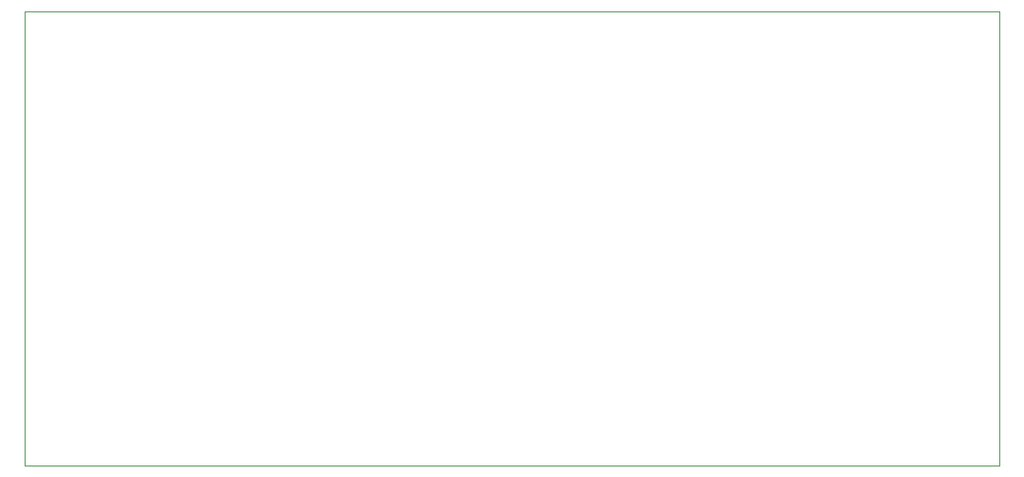
<source format=gbr>
%TF.GenerationSoftware,KiCad,Pcbnew,(6.0.9)*%
%TF.CreationDate,2022-12-16T16:08:49-07:00*%
%TF.ProjectId,Flight-Computer,466c6967-6874-42d4-936f-6d7075746572,1.0*%
%TF.SameCoordinates,Original*%
%TF.FileFunction,Profile,NP*%
%FSLAX46Y46*%
G04 Gerber Fmt 4.6, Leading zero omitted, Abs format (unit mm)*
G04 Created by KiCad (PCBNEW (6.0.9)) date 2022-12-16 16:08:49*
%MOMM*%
%LPD*%
G01*
G04 APERTURE LIST*
%TA.AperFunction,Profile*%
%ADD10C,0.050000*%
%TD*%
G04 APERTURE END LIST*
D10*
X92964000Y-101600000D02*
X186690000Y-101600000D01*
X92964000Y-57912000D02*
X92964000Y-101600000D01*
X186690000Y-57912000D02*
X186690000Y-101600000D01*
X92964000Y-57912000D02*
X186690000Y-57912000D01*
M02*

</source>
